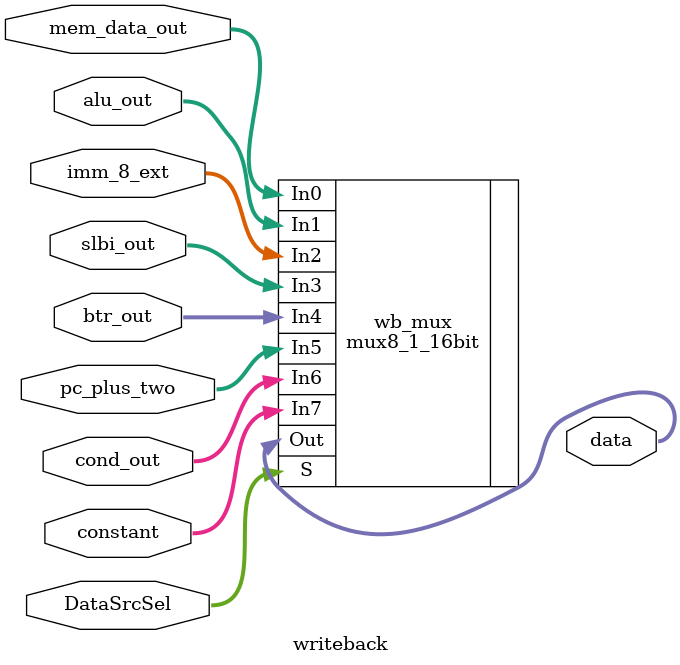
<source format=v>
module writeback(
	output [15:0] data,
	input [2:0] DataSrcSel,
	input [15:0] mem_data_out,
	input [15:0] alu_out,
	input [15:0] imm_8_ext,
	input [15:0] slbi_out,
	input [15:0] btr_out,
	input [15:0] pc_plus_two,
	input [15:0] cond_out,
	input [15:0] constant
	);
  

  mux8_1_16bit wb_mux(
          // Outputs
          .Out(data),
          // Inputs
          .S(DataSrcSel),
          .In0(mem_data_out),
          .In1(alu_out),
          .In2(imm_8_ext),
          .In3(slbi_out),
          .In4(btr_out),
          .In5(pc_plus_two),
          .In6(cond_out),
          .In7(constant)
        );


endmodule
</source>
